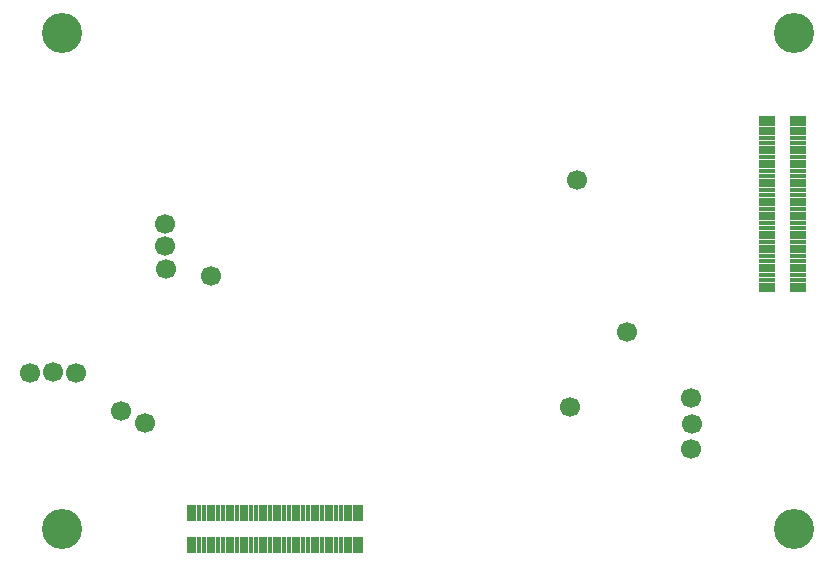
<source format=gbr>
G04 #@! TF.GenerationSoftware,KiCad,Pcbnew,no-vcs-found-2237de0~58~ubuntu16.04.1*
G04 #@! TF.CreationDate,2017-06-29T19:32:17-03:00*
G04 #@! TF.ProjectId,mateboard,6D617465626F6172642E6B696361645F,rev?*
G04 #@! TF.SameCoordinates,Original
G04 #@! TF.FileFunction,Soldermask,Bot*
G04 #@! TF.FilePolarity,Negative*
%FSLAX46Y46*%
G04 Gerber Fmt 4.6, Leading zero omitted, Abs format (unit mm)*
G04 Created by KiCad (PCBNEW no-vcs-found-2237de0~58~ubuntu16.04.1) date Thu Jun 29 19:32:17 2017*
%MOMM*%
%LPD*%
G01*
G04 APERTURE LIST*
%ADD10C,0.100000*%
%ADD11C,3.400000*%
%ADD12C,1.700000*%
%ADD13R,0.398120X1.337920*%
%ADD14R,0.550000X1.337920*%
%ADD15R,1.337920X0.398120*%
%ADD16R,1.337920X0.550000*%
G04 APERTURE END LIST*
D10*
D11*
X156000000Y-112000000D03*
X156000000Y-154000000D03*
X94000000Y-154000000D03*
D12*
X102700000Y-128155000D03*
X102700000Y-130060000D03*
X102763500Y-131965000D03*
X91270000Y-140791500D03*
X106637000Y-132600000D03*
X93238500Y-140728000D03*
X95143500Y-140791500D03*
X101000000Y-145000000D03*
X99000000Y-144000000D03*
X147277000Y-147205000D03*
X147277000Y-142887000D03*
X136990000Y-143649000D03*
X147300000Y-145100000D03*
D11*
X94000000Y-112000000D03*
D13*
X118799580Y-152681740D03*
X118799580Y-155318260D03*
X118398260Y-152681740D03*
X118398260Y-155318260D03*
X117999480Y-152681740D03*
X117999480Y-155318260D03*
X117598160Y-152681740D03*
X117598160Y-155318260D03*
X117199380Y-152681740D03*
X117199380Y-155318260D03*
X116798060Y-152681740D03*
X116798060Y-155318260D03*
X116399280Y-152681740D03*
X116399280Y-155318260D03*
X115997960Y-152681740D03*
X115997960Y-155318260D03*
X115599180Y-152681740D03*
X115599180Y-155318260D03*
X115197860Y-152681740D03*
X115197860Y-155318260D03*
X114799080Y-152681740D03*
X114799080Y-155318260D03*
X114397760Y-152681740D03*
X114397760Y-155318260D03*
X113998980Y-152681740D03*
X113998980Y-155318260D03*
X113597660Y-152681740D03*
X113597660Y-155318260D03*
X113198880Y-152681740D03*
X113198880Y-155318260D03*
X112797560Y-152681740D03*
X112797560Y-155318260D03*
X112398780Y-152681740D03*
X112398780Y-155318260D03*
X112000000Y-152681740D03*
X112000000Y-155318260D03*
X111601220Y-152681740D03*
X111601220Y-155318260D03*
X111202440Y-152681740D03*
X111202440Y-155318260D03*
X110801120Y-152681740D03*
X110801120Y-155318260D03*
X110402340Y-152681740D03*
X110402340Y-155318260D03*
X110001020Y-152681740D03*
X110001020Y-155318260D03*
X109602240Y-152681740D03*
X109602240Y-155318260D03*
X109200920Y-152681740D03*
X109200920Y-155318260D03*
X108802140Y-152681740D03*
X108802140Y-155318260D03*
X108400820Y-152681740D03*
X108400820Y-155318260D03*
X108002040Y-152681740D03*
X108002040Y-155318260D03*
X107600720Y-152681740D03*
X107600720Y-155318260D03*
X107201940Y-152681740D03*
X107201940Y-155318260D03*
X106800620Y-152681740D03*
X106800620Y-155318260D03*
X106401840Y-152681740D03*
X106401840Y-155318260D03*
X106000520Y-152681740D03*
X106000520Y-155318260D03*
X105601740Y-152681740D03*
X105601740Y-155318260D03*
X105200420Y-152681740D03*
X105200420Y-155318260D03*
D14*
X104800420Y-152681740D03*
X104800420Y-155318260D03*
X119200420Y-155318260D03*
X119200420Y-152681740D03*
D15*
X156318260Y-133299580D03*
X153681740Y-133299580D03*
X156318260Y-132898260D03*
X153681740Y-132898260D03*
X156318260Y-132499480D03*
X153681740Y-132499480D03*
X156318260Y-132098160D03*
X153681740Y-132098160D03*
X156318260Y-131699380D03*
X153681740Y-131699380D03*
X156318260Y-131298060D03*
X153681740Y-131298060D03*
X156318260Y-130899280D03*
X153681740Y-130899280D03*
X156318260Y-130497960D03*
X153681740Y-130497960D03*
X156318260Y-130099180D03*
X153681740Y-130099180D03*
X156318260Y-129697860D03*
X153681740Y-129697860D03*
X156318260Y-129299080D03*
X153681740Y-129299080D03*
X156318260Y-128897760D03*
X153681740Y-128897760D03*
X156318260Y-128498980D03*
X153681740Y-128498980D03*
X156318260Y-128097660D03*
X153681740Y-128097660D03*
X156318260Y-127698880D03*
X153681740Y-127698880D03*
X156318260Y-127297560D03*
X153681740Y-127297560D03*
X156318260Y-126898780D03*
X153681740Y-126898780D03*
X156318260Y-126500000D03*
X153681740Y-126500000D03*
X156318260Y-126101220D03*
X153681740Y-126101220D03*
X156318260Y-125702440D03*
X153681740Y-125702440D03*
X156318260Y-125301120D03*
X153681740Y-125301120D03*
X156318260Y-124902340D03*
X153681740Y-124902340D03*
X156318260Y-124501020D03*
X153681740Y-124501020D03*
X156318260Y-124102240D03*
X153681740Y-124102240D03*
X156318260Y-123700920D03*
X153681740Y-123700920D03*
X156318260Y-123302140D03*
X153681740Y-123302140D03*
X156318260Y-122900820D03*
X153681740Y-122900820D03*
X156318260Y-122502040D03*
X153681740Y-122502040D03*
X156318260Y-122100720D03*
X153681740Y-122100720D03*
X156318260Y-121701940D03*
X153681740Y-121701940D03*
X156318260Y-121300620D03*
X153681740Y-121300620D03*
X156318260Y-120901840D03*
X153681740Y-120901840D03*
X156318260Y-120500520D03*
X153681740Y-120500520D03*
X156318260Y-120101740D03*
X153681740Y-120101740D03*
X156318260Y-119700420D03*
X153681740Y-119700420D03*
D16*
X156318260Y-119300420D03*
X153681740Y-119300420D03*
X153681740Y-133700420D03*
X156318260Y-133700420D03*
D12*
X137625000Y-124472000D03*
X141816000Y-137299000D03*
M02*

</source>
